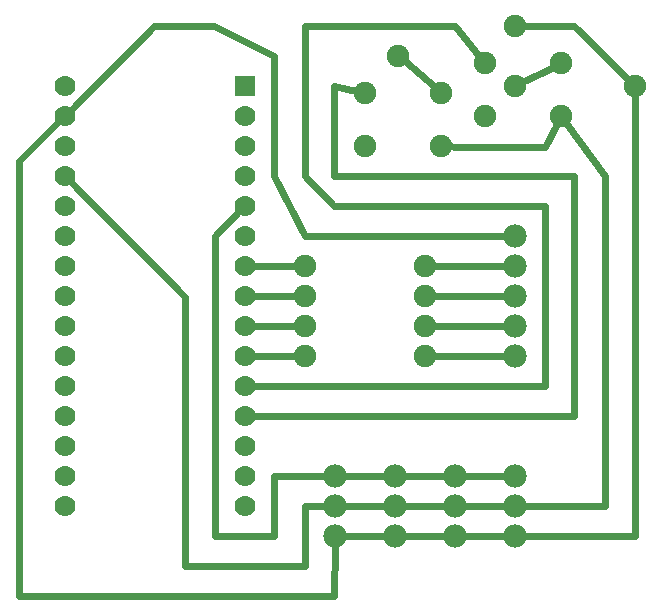
<source format=gtl>
G04 MADE WITH FRITZING*
G04 WWW.FRITZING.ORG*
G04 DOUBLE SIDED*
G04 HOLES PLATED*
G04 CONTOUR ON CENTER OF CONTOUR VECTOR*
%ASAXBY*%
%FSLAX23Y23*%
%MOIN*%
%OFA0B0*%
%SFA1.0B1.0*%
%ADD10C,0.070000*%
%ADD11C,0.075000*%
%ADD12C,0.078000*%
%ADD13R,0.069972X0.070000*%
%ADD14C,0.024000*%
%LNCOPPER1*%
G90*
G70*
G54D10*
X902Y1852D03*
X902Y1752D03*
X902Y1652D03*
X902Y1552D03*
X902Y1452D03*
X902Y1352D03*
X902Y1252D03*
X902Y1152D03*
X902Y1052D03*
X902Y952D03*
X902Y852D03*
X902Y752D03*
X902Y652D03*
X902Y552D03*
X902Y452D03*
X302Y1852D03*
X302Y1752D03*
X302Y1652D03*
X302Y1552D03*
X302Y1452D03*
X302Y1352D03*
X302Y1252D03*
X302Y1152D03*
X302Y1052D03*
X302Y952D03*
X302Y852D03*
X302Y752D03*
X302Y652D03*
X302Y552D03*
X302Y452D03*
X902Y1852D03*
X902Y1752D03*
X902Y1652D03*
X902Y1552D03*
X902Y1452D03*
X902Y1352D03*
X902Y1252D03*
X902Y1152D03*
X902Y1052D03*
X902Y952D03*
X902Y852D03*
X902Y752D03*
X902Y652D03*
X902Y552D03*
X902Y452D03*
X302Y1852D03*
X302Y1752D03*
X302Y1652D03*
X302Y1552D03*
X302Y1452D03*
X302Y1352D03*
X302Y1252D03*
X302Y1152D03*
X302Y1052D03*
X302Y952D03*
X302Y852D03*
X302Y752D03*
X302Y652D03*
X302Y552D03*
X302Y452D03*
G54D11*
X1502Y1052D03*
X1102Y1052D03*
X1502Y1052D03*
X1102Y1052D03*
X1502Y1152D03*
X1102Y1152D03*
X1502Y1152D03*
X1102Y1152D03*
X1502Y1252D03*
X1102Y1252D03*
X1502Y1252D03*
X1102Y1252D03*
X1502Y952D03*
X1102Y952D03*
X1502Y952D03*
X1102Y952D03*
G54D12*
X1802Y1352D03*
X1802Y1252D03*
X1802Y1152D03*
X1802Y1052D03*
X1802Y952D03*
X1802Y1352D03*
X1802Y1252D03*
X1802Y1152D03*
X1802Y1052D03*
X1802Y952D03*
X1202Y552D03*
X1202Y452D03*
X1202Y352D03*
X1202Y552D03*
X1202Y452D03*
X1202Y352D03*
X1402Y552D03*
X1402Y452D03*
X1402Y352D03*
X1402Y552D03*
X1402Y452D03*
X1402Y352D03*
X1602Y552D03*
X1602Y452D03*
X1602Y352D03*
X1602Y552D03*
X1602Y452D03*
X1602Y352D03*
X1802Y552D03*
X1802Y452D03*
X1802Y352D03*
X1802Y552D03*
X1802Y452D03*
X1802Y352D03*
G54D11*
X1558Y1652D03*
X1302Y1652D03*
X1558Y1829D03*
X1302Y1829D03*
X1958Y1752D03*
X1702Y1752D03*
X1958Y1929D03*
X1702Y1929D03*
X1802Y2052D03*
X1414Y1953D03*
X1802Y2052D03*
X1414Y1953D03*
X2202Y1852D03*
X1802Y1852D03*
X2202Y1852D03*
X1802Y1852D03*
G54D13*
X902Y1852D03*
X902Y1852D03*
G54D14*
X601Y2051D02*
X322Y1772D01*
D02*
X801Y2052D02*
X601Y2051D01*
D02*
X1102Y1353D02*
X1001Y1552D01*
D02*
X1001Y1552D02*
X1001Y1951D01*
D02*
X1001Y1951D02*
X801Y2052D01*
D02*
X1772Y1352D02*
X1102Y1353D01*
D02*
X1073Y952D02*
X931Y952D01*
D02*
X1772Y1252D02*
X1530Y1252D01*
D02*
X1772Y1152D02*
X1530Y1152D01*
D02*
X1772Y1052D02*
X1530Y1052D01*
D02*
X1772Y952D02*
X1530Y952D01*
D02*
X1073Y1052D02*
X931Y1052D01*
D02*
X1073Y1152D02*
X931Y1152D01*
D02*
X1073Y1252D02*
X931Y1252D01*
D02*
X1001Y552D02*
X1001Y353D01*
D02*
X1172Y552D02*
X1001Y552D01*
D02*
X1001Y353D02*
X802Y353D01*
D02*
X802Y1352D02*
X881Y1431D01*
D02*
X802Y353D02*
X802Y1352D01*
D02*
X1172Y451D02*
X1102Y451D01*
D02*
X703Y251D02*
X703Y1150D01*
D02*
X1102Y251D02*
X703Y251D01*
D02*
X703Y1150D02*
X322Y1531D01*
D02*
X1102Y451D02*
X1102Y251D01*
D02*
X1200Y153D02*
X151Y153D01*
D02*
X151Y153D02*
X151Y1601D01*
D02*
X1202Y322D02*
X1200Y153D01*
D02*
X151Y1601D02*
X281Y1731D01*
D02*
X1372Y552D02*
X1232Y552D01*
D02*
X1572Y552D02*
X1432Y552D01*
D02*
X1772Y552D02*
X1632Y552D01*
D02*
X1372Y452D02*
X1232Y452D01*
D02*
X1572Y452D02*
X1432Y452D01*
D02*
X1772Y452D02*
X1632Y452D01*
D02*
X1372Y352D02*
X1232Y352D01*
D02*
X1572Y352D02*
X1432Y352D01*
D02*
X1772Y352D02*
X1632Y352D01*
D02*
X2102Y1552D02*
X2102Y451D01*
D02*
X1974Y1729D02*
X2102Y1552D01*
D02*
X2102Y451D02*
X1832Y452D01*
D02*
X1903Y1650D02*
X1944Y1727D01*
D02*
X1602Y1650D02*
X1903Y1650D01*
D02*
X1586Y1651D02*
X1602Y1650D01*
D02*
X1200Y1853D02*
X1200Y1552D01*
D02*
X2001Y1552D02*
X2001Y751D01*
D02*
X1200Y1552D02*
X2001Y1552D01*
D02*
X2001Y751D02*
X931Y752D01*
D02*
X1274Y1835D02*
X1200Y1853D01*
D02*
X1102Y2052D02*
X1602Y2052D01*
D02*
X1602Y2052D02*
X1684Y1951D01*
D02*
X1102Y1552D02*
X1102Y2052D01*
D02*
X1200Y1451D02*
X1102Y1552D01*
D02*
X1903Y853D02*
X1903Y1451D01*
D02*
X931Y852D02*
X1903Y853D01*
D02*
X1903Y1451D02*
X1200Y1451D01*
D02*
X1436Y1934D02*
X1536Y1848D01*
D02*
X1932Y1916D02*
X1827Y1864D01*
D02*
X2182Y1872D02*
X2001Y2052D01*
D02*
X2001Y2052D02*
X1830Y2052D01*
D02*
X1832Y352D02*
X2202Y352D01*
D02*
X2202Y352D02*
X2202Y1823D01*
G04 End of Copper1*
M02*
</source>
